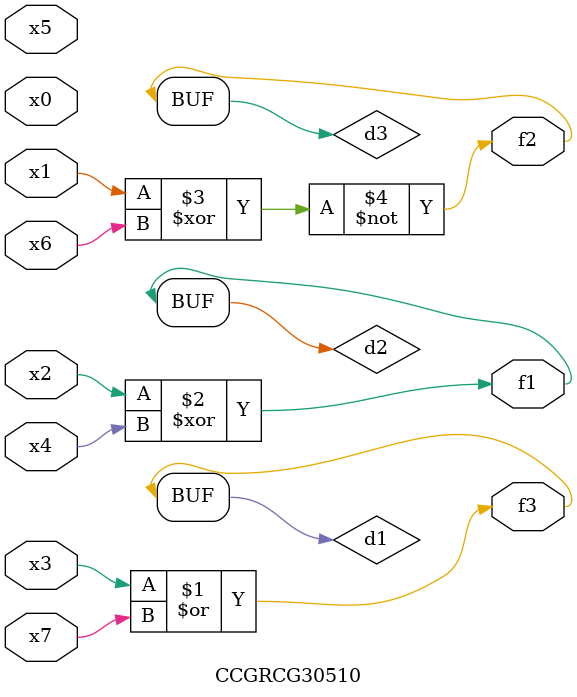
<source format=v>
module CCGRCG30510(
	input x0, x1, x2, x3, x4, x5, x6, x7,
	output f1, f2, f3
);

	wire d1, d2, d3;

	or (d1, x3, x7);
	xor (d2, x2, x4);
	xnor (d3, x1, x6);
	assign f1 = d2;
	assign f2 = d3;
	assign f3 = d1;
endmodule

</source>
